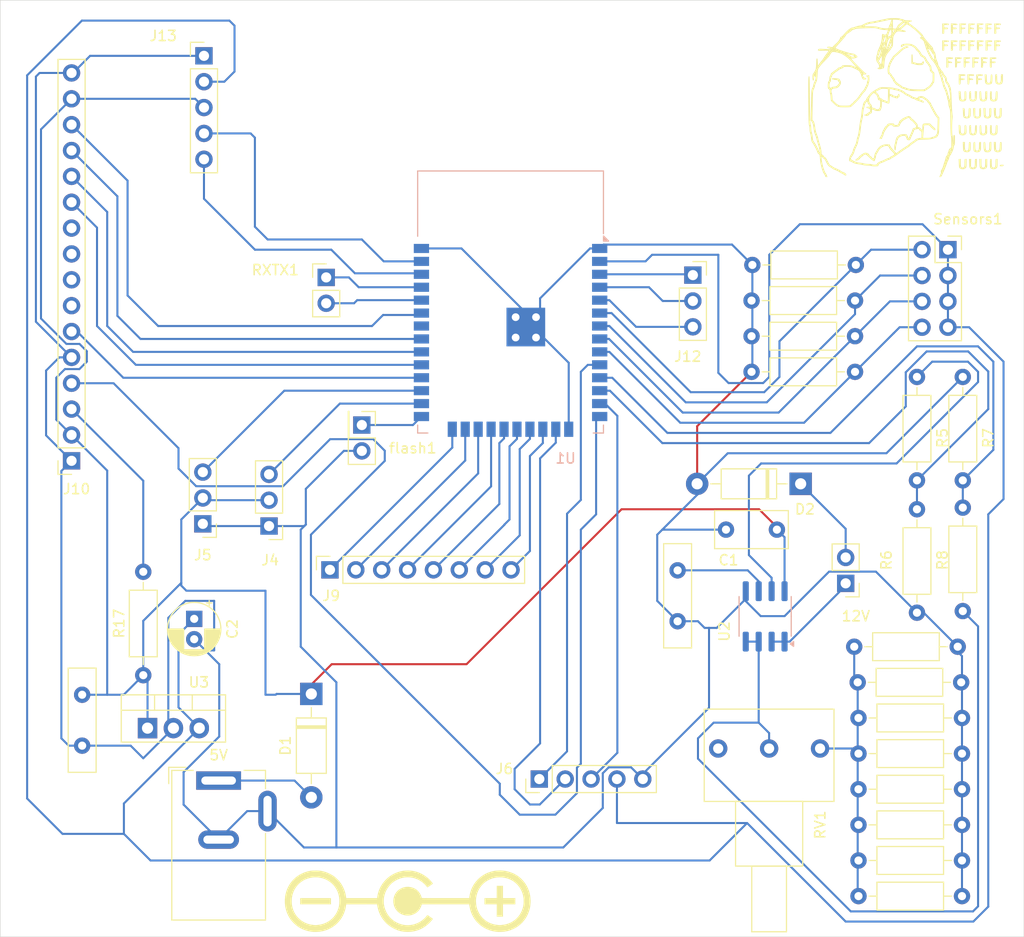
<source format=kicad_pcb>
(kicad_pcb (version 20240108) (generator "pcbnew") (generator_version "8.0")
  (title_block (title "Automaattiaurinkopaneeli") (date "2024-04-01") (rev "0.6") (company "OAMK"))
  (layers (0 "F.Cu" signal) (31 "B.Cu" signal) (34 "B.Paste" user) (35 "F.Paste" user) (36 "B.SilkS" user "B.Silkscreen") (37 "F.SilkS" user "F.Silkscreen") (38 "B.Mask" user) (39 "F.Mask" user) (44 "Edge.Cuts" user))
  (net 0 "")
  (net 1 "Net-(D2-A)")
  (net 2 "Net-(D1-K)")
  (net 3 "Net-(U2-FILTER)")
  (net 4 "Net-(D1-A)")
  (net 5 "Net-(12V1-Pin_1)")
  (net 6 "Net-(12V1-Pin_2)")
  (net 7 "Net-(J13-Pin_2)")
  (net 8 "Net-(U1-IO0)")
  (net 9 "Net-(Sensors1-Pin_8)")
  (net 10 "Net-(Sensors1-Pin_6)")
  (net 11 "Net-(Sensors1-Pin_4)")
  (net 12 "Net-(Sensors1-Pin_2)")
  (net 13 "Net-(J4-Pin_3)")
  (net 14 "Net-(J5-Pin_3)")
  (net 15 "Net-(J6-Pin_3)")
  (net 16 "Net-(J6-Pin_1)")
  (net 17 "Net-(J6-Pin_2)")
  (net 18 "Net-(RXTX1-Pin_1)")
  (net 19 "Net-(J9-Pin_8)")
  (net 20 "Net-(J9-Pin_3)")
  (net 21 "Net-(J9-Pin_6)")
  (net 22 "Net-(J9-Pin_7)")
  (net 23 "Net-(J9-Pin_4)")
  (net 25 "Net-(J10-Pin_14)")
  (net 26 "Net-(J10-Pin_13)")
  (net 27 "Net-(J10-Pin_11)")
  (net 28 "Net-(J10-Pin_12)")
  (net 29 "Net-(J10-Pin_6)")
  (net 33 "Net-(J10-Pin_3)")
  (net 34 "Net-(J10-Pin_4)")
  (net 35 "Net-(U1-IO27)")
  (net 36 "Net-(U2-VIOUT)")
  (net 37 "Net-(U1-IO26)")
  (net 38 "Net-(R8-Pad1)")
  (net 39 "Net-(R10-Pad2)")
  (net 42 "Net-(RXTX1-Pin_2)")
  (net 43 "Net-(J12-Pin_1)")
  (net 44 "Net-(J12-Pin_2)")
  (net 45 "Net-(J12-Pin_3)")
  (net 46 "Net-(J9-Pin_1)")
  (net 47 "Net-(J9-Pin_2)")
  (net 48 "Net-(J9-Pin_5)")
  (net 49 "Net-(J13-Pin_4)")
  (net 50 "Net-(J13-Pin_5)")
  (footprint "Resistor_THT:R_Axial_DIN0207_L6.3mm_D2.5mm_P10.16mm_Horizontal" (layer "F.Cu") (at 197 68.16 90)
    (property "Reference" "R5")
    (property "Value" "R" (hide yes))
  )
  (footprint "Resistor_THT:R_Axial_DIN0207_L6.3mm_D2.5mm_P10.16mm_Horizontal" (layer "F.Cu") (at 191 47 180)
    (property "Reference" "R4" (hide yes))
    (property "Value" "R" (hide yes))
  )
  (footprint "Connector_PinHeader_2.54mm:PinHeader_1x03_P2.54mm_Vertical" (layer "F.Cu") (at 126.89 72.43 180)
    (property "Reference" "J5")
    (property "Value" "Conn_01x03_Pin")
  )
  (footprint "Package_TO_SOT_THT:TO-220-3_Vertical" (layer "F.Cu") (at 121.46 92.5)
    (property "Reference" "U3")
    (property "Value" "LF33_TO220" (hide yes))
  )
  (footprint "Connector_PinHeader_2.54mm:PinHeader_1x05_P2.54mm_Vertical" (layer "F.Cu") (at 127 26.46)
    (property "Reference" "J13")
    (property "Value" "Conn_01x05_Socket")
  )
  (footprint "generic:fuuuuuuuuuuuuuuuuuuuuuuuuuuuuuuuuuuuuuuuuuuuuuuuuuuuuuuuuuuuuuuuuuuuuuuuuuuuuuuuuuuuuuuuuuuuuu" (layer "F.Cu") (at 195.5 30.5)
    (property "Reference" "G***" (hide yes))
    (property "Value" "LOGO" (hide yes))
  )
  (footprint "Connector_PinSocket_2.54mm:PinSocket_1x08_P2.54mm_Vertical" (layer "F.Cu") (at 139.37 76.95 90)
    (property "Reference" "J9")
    (property "Value" "Conn_01x08_Socket")
  )
  (footprint "Connector_PinHeader_2.54mm:PinHeader_2x01_P2.54mm_Vertical" (layer "F.Cu") (at 142.5 62.725 -90)
    (property "Reference" "flash1")
    (property "Value" "Conn_02x01")
  )
  (footprint "Connector_PinHeader_2.54mm:PinHeader_1x05_P2.54mm_Vertical" (layer "F.Cu") (at 159.925 97.5 90)
    (property "Reference" "J6")
    (property "Value" "Conn_01x05_Pin")
  )
  (footprint "Connector_BarrelJack:BarrelJack_Wuerth_6941xx301002" (layer "F.Cu") (at 128.44 97.65)
    (property "Reference" "5V")
    (property "Value" "Barrel_Jack_Switch")
  )
  (footprint "Resistor_THT:R_Axial_DIN0207_L6.3mm_D2.5mm_P10.16mm_Horizontal" (layer "F.Cu") (at 201.42 91.5 180)
    (property "Reference" "R14" (hide yes))
    (property "Value" "R" (hide yes))
  )
  (footprint "Capacitor_THT:C_Disc_D10.0mm_W2.5mm_P5.00mm" (layer "F.Cu") (at 115.04 89.22 -90)
    (property "Reference" "C3" (hide yes))
    (property "Value" "C" (hide yes))
  )
  (footprint "Resistor_THT:R_Axial_DIN0207_L6.3mm_D2.5mm_P10.16mm_Horizontal" (layer "F.Cu") (at 201.5 68.16 90)
    (property "Reference" "R7")
    (property "Value" "R" (hide yes))
  )
  (footprint "Resistor_THT:R_Axial_DIN0207_L6.3mm_D2.5mm_P10.16mm_Horizontal" (layer "F.Cu") (at 201.42 98.5 180)
    (property "Reference" "R12" (hide yes))
    (property "Value" "R" (hide yes))
  )
  (footprint "Connector_PinSocket_2.54mm:PinSocket_2x04_P2.54mm_Vertical" (layer "F.Cu") (at 200.04 45.5)
    (property "Reference" "Sensors1")
    (property "Value" "Conn_02x04_Odd_Even" (hide yes))
  )
  (footprint "Resistor_THT:R_Axial_DIN0207_L6.3mm_D2.5mm_P10.16mm_Horizontal" (layer "F.Cu") (at 190.92 50.5 180)
    (property "Reference" "R3" (hide yes))
    (property "Value" "R" (hide yes))
  )
  (footprint "Resistor_THT:R_Axial_DIN0207_L6.3mm_D2.5mm_P10.16mm_Horizontal" (layer "F.Cu") (at 197 71 -90)
    (property "Reference" "R6")
    (property "Value" "R" (hide yes))
  )
  (footprint "Resistor_THT:R_Axial_DIN0207_L6.3mm_D2.5mm_P10.16mm_Horizontal" (layer "F.Cu") (at 201.42 109 180)
    (property "Reference" "R9" (hide yes))
    (property "Value" "R" (hide yes))
  )
  (footprint "generic:Potentiometer_Generic_148-149_Single_Horizontal" (layer "F.Cu") (at 182.485 94.5 -90)
    (property "Reference" "RV1")
    (property "Value" "R_Potentiometer" (hide yes))
  )
  (footprint "Resistor_THT:R_Axial_DIN0207_L6.3mm_D2.5mm_P10.16mm_Horizontal" (layer "F.Cu") (at 201.42 105.5 180)
    (property "Reference" "R10" (hide yes))
    (property "Value" "R" (hide yes))
  )
  (footprint "Capacitor_THT:CP_Radial_D5.0mm_P2.00mm" (layer "F.Cu") (at 126.04 81.764888 -90)
    (property "Reference" "C2")
    (property "Value" "C_Polarized" (hide yes))
  )
  (footprint "Resistor_THT:R_Axial_DIN0207_L6.3mm_D2.5mm_P10.16mm_Horizontal" (layer "F.Cu") (at 121.04 87.3 90)
    (property "Reference" "R17")
    (property "Value" "R" (hide yes))
  )
  (footprint "Diode_THT:D_DO-41_SOD81_P10.16mm_Horizontal" (layer "F.Cu") (at 185.58 68.5 180)
    (property "Reference" "D2")
    (property "Value" "1N5819")
  )
  (footprint "Diode_THT:D_DO-41_SOD81_P10.16mm_Horizontal" (layer "F.Cu") (at 137.54 89.14 -90)
    (property "Reference" "D1")
    (property "Value" "1N5819" (hide yes))
  )
  (footprint "Connector_PinHeader_2.54mm:PinHeader_1x03_P2.54mm_Vertical" (layer "F.Cu") (at 133.39 72.65 180)
    (property "Reference" "J4")
    (property "Value" "Conn_01x03_Pin")
  )
  (footprint "Resistor_THT:R_Axial_DIN0207_L6.3mm_D2.5mm_P10.16mm_Horizontal" (layer "F.Cu") (at 190.92 57.5 180)
    (property "Reference" "R1" (hide yes))
    (property "Value" "R" (hide yes))
  )
  (footprint "Resistor_THT:R_Axial_DIN0207_L6.3mm_D2.5mm_P10.16mm_Horizontal" (layer "F.Cu") (at 201 84.5 180)
    (property "Reference" "R16" (hide yes))
    (property "Value" "R" (hide yes))
  )
  (footprint "Capacitor_THT:C_Disc_D10.0mm_W2.5mm_P5.00mm" (layer "F.Cu") (at 173.5 77 -90)
    (property "Reference" "C4" (hide yes))
    (property "Value" "C" (hide yes))
  )
  (footprint "Connector_PinHeader_2.54mm:PinHeader_1x02_P2.54mm_Vertical" (layer "F.Cu") (at 190 78.275 180)
    (property "Reference" "12V")
    (property "Value" "Conn_01x02_Pin")
  )
  (footprint "Symbol:Polarity_Center_Positive_6mm_SilkScreen" (layer "F.Cu") (at 147 109.5)
    (property "Reference" "REF**" (hide yes))
    (property "Value" "Polarity_Center_Positive_6mm_SilkScreen" (hide yes))
  )
  (footprint "Connector_PinSocket_2.54mm:PinSocket_1x03_P2.54mm_Vertical" (layer "F.Cu") (at 175 48)
    (property "Reference" "J12")
    (property "Value" "Conn_01x03_Socket")
  )
  (footprint "Resistor_THT:R_Axial_DIN0207_L6.3mm_D2.5mm_P10.16mm_Horizontal" (layer "F.Cu") (at 201.5 81 90)
    (property "Reference" "R8")
    (property "Value" "R" (hide yes))
  )
  (footprint "Resistor_THT:R_Axial_DIN0207_L6.3mm_D2.5mm_P10.16mm_Horizontal" (layer "F.Cu") (at 190.92 54 180)
    (property "Reference" "R2" (hide yes))
    (property "Value" "R" (hide yes))
  )
  (footprint "Connector_PinHeader_2.54mm:PinHeader_1x02_P2.54mm_Vertical" (layer "F.Cu") (at 139 48.225)
    (property "Reference" "RXTX1")
    (property "Value" "Conn_01x02_Pin")
  )
  (footprint "Resistor_THT:R_Axial_DIN0207_L6.3mm_D2.5mm_P10.16mm_Horizontal" (layer "F.Cu") (at 201.42 95 180)
    (property "Reference" "R13" (hide yes))
    (property "Value" "R" (hide yes))
  )
  (footprint "Connector_PinSocket_2.54mm:PinSocket_1x16_P2.54mm_Vertical" (layer "F.Cu") (at 114 66.24 180)
    (property "Reference" "J10")
    (property "Value" "Conn_01x16_Socket")
  )
  (footprint "Capacitor_THT:C_Rect_L7.0mm_W3.5mm_P5.00mm" (layer "F.Cu") (at 178.25 73)
    (property "Reference" "C1")
    (property "Value" "C" (hide yes))
  )
  (footprint "Resistor_THT:R_Axial_DIN0207_L6.3mm_D2.5mm_P10.16mm_Horizontal" (layer "F.Cu") (at 201.42 102 180)
    (property "Reference" "R11" (hide yes))
    (property "Value" "R" (hide yes))
  )
  (footprint "Resistor_THT:R_Axial_DIN0207_L6.3mm_D2.5mm_P10.16mm_Horizontal" (layer "F.Cu") (at 201.34 88 180)
    (property "Reference" "R15" (hide yes))
    (property "Value" "R" (hide yes))
  )
  (footprint "Package_SO:SOIC-8_3.9x4.9mm_P1.27mm" (layer "B.Cu") (at 182.095 81.525 90)
    (property "Reference" "U2")
    (property "Value" "ACS712xLCTR-20A")
  )
  (footprint "generic:ESP32-WROOM-32D" (layer "B.Cu") (at 157.1 53.63 180)
    (property "Reference" "U1")
    (property "Value" "ESP32-WROOM-32D")
  )
  (gr_rect (start 107 21) (end 207.5 113) (stroke (width 0.05)) (fill none) (layer "Edge.Cuts"))
  (segment (start 180.76 57.5) (end 175.42 62.84) (width 0.2) (layer "F.Cu") (net 1))
  (segment (start 175.42 62.84) (end 175.42 68) (width 0.2) (layer "F.Cu") (net 1))
  (segment (start 180.84 57.42) (end 180.76 57.5) (width 0.2) (layer "B.Cu") (net 1))
  (segment (start 113 67.24) (end 114 66.24) (width 0.2) (layer "B.Cu") (net 1))
  (segment (start 188.375 77.125) (end 184 81.5) (width 0.2) (layer "B.Cu") (net 1))
  (segment (start 127.33 72.87) (end 126.89 72.43) (width 0.2) (layer "B.Cu") (net 1))
  (segment (start 166.155 96.93) (end 166.155 100.345) (width 0.2) (layer "B.Cu") (net 1))
  (segment (start 166.735 96.35) (end 166.155 96.93) (width 0.2) (layer "B.Cu") (net 1))
  (segment (start 125.164888 80) (end 128 80) (width 0.2) (layer "B.Cu") (net 1))
  (segment (start 128.44 103.45) (end 131.24 100.65) (width 0.2) (layer "B.Cu") (net 1))
  (segment (start 180.84 47) (end 178.84 45) (width 0.2) (layer "B.Cu") (net 1))
  (segment (start 128.5 93.322919) (end 128.5 86.224888) (width 0.2) (layer "B.Cu") (net 1))
  (segment (start 184 81.5) (end 181.665001 81.5) (width 0.2) (layer "B.Cu") (net 1))
  (segment (start 197.66 81.16) (end 197 81.16) (width 0.2) (layer "B.Cu") (net 1))
  (segment (start 166.155 100.345) (end 162.28 104.22) (width 0.2) (layer "B.Cu") (net 1))
  (segment (start 170.085 97) (end 170.085 97.5) (width 0.2) (layer "B.Cu") (net 1))
  (segment (start 114 28.14) (end 111 28.14) (width 0.2) (layer "B.Cu") (net 1))
  (segment (start 172 73) (end 171.5 73.5) (width 0.2) (layer "B.Cu") (net 1))
  (segment (start 180.84 47) (end 180.84 57.42) (width 0.2) (layer "B.Cu") (net 1))
  (segment (start 123.5 81.664888) (end 125.164888 80) (width 0.2) (layer "B.Cu") (net 1))
  (segment (start 180.19 79.81) (end 180.19 79.05) (width 0.2) (layer "B.Cu") (net 1))
  (segment (start 115.04 94.22) (end 113.72 94.22) (width 0.2) (layer "B.Cu") (net 1))
  (segment (start 114 28.14) (end 114.14 28.14) (width 0.2) (layer "B.Cu") (net 1))
  (segment (start 201.5 58) (end 194 65.5) (width 0.2) (layer "B.Cu") (net 1))
  (segment (start 171.5 80) (end 173.5 82) (width 0.2) (layer "B.Cu") (net 1))
  (segment (start 177.345 82.655) (end 180.19 79.81) (width 0.2) (layer "B.Cu") (net 1))
  (segment (start 128 80) (end 128 84.862444) (width 0.2) (layer "B.Cu") (net 1))
  (segment (start 111 28.14) (end 110.86 28.14) (width 0.2) (layer "B.Cu") (net 1))
  (segment (start 176.155 82.655) (end 175.5 82) (width 0.2) (layer "B.Cu") (net 1))
  (segment (start 121.04 95.46) (end 119.8 94.22) (width 0.2) (layer "B.Cu") (net 1))
  (segment (start 114 56.08) (end 112.797919 56.08) (width 0.2) (layer "B.Cu") (net 1))
  (segment (start 114.14 28.14) (end 115.82 26.46) (width 0.2) (layer "B.Cu") (net 1))
  (segment (start 128.44 103.45) (end 125 100.01) (width 0.2) (layer "B.Cu") (net 1))
  (segment (start 142.5 65.265) (end 140.735 65.265) (width 0.2) (layer "B.Cu") (net 1))
  (segment (start 124 92.5) (end 123.5 92) (width 0.2) (layer "B.Cu") (net 1))
  (segment (start 176.585 82.655) (end 176.155 82.655) (width 0.2) (layer "B.Cu") (net 1))
  (segment (start 166.23 45) (end 165.85 45.38) (width 0.2) (layer "B.Cu") (net 1))
  (segment (start 152.28 45.38) (end 158.6 51.7) (width 0.2) (layer "B.Cu") (net 1))
  (segment (start 121.04 95.46) (end 124 92.5) (width 0.2) (layer "B.Cu") (net 1))
  (segment (start 136.5 84.5) (end 140 88) (width 0.2) (layer "B.Cu") (net 1))
  (segment (start 162.81 63.14) (end 162.81 56.61) (width 0.2) (layer "B.Cu") (net 1))
  (segment (start 111.5 63.74) (end 114 66.24) (width 0.2) (layer "B.Cu") (net 1))
  (segment (start 201 84.5) (end 197.66 81.16) (width 0.2) (layer "B.Cu") (net 1))
  (segment (start 131.24 100.65) (end 133.24 100.65) (width 0.2) (layer "B.Cu") (net 1))
  (segment (start 165.85 45.38) (end 164.9 45.38) (width 0.2) (layer "B.Cu") (net 1))
  (segment (start 137 69) (end 137 72.5) (width 0.2) (layer "B.Cu") (net 1))
  (segment (start 110.86 28.14) (end 110.5 28.5) (width 0.2) (layer "B.Cu") (net 1))
  (segment (start 136.5 73) (end 136.5 84.5) (width 0.2) (layer "B.Cu") (net 1))
  (segment (start 113 93.5) (end 113 67.24) (width 0.2) (layer "B.Cu") (net 1))
  (segment (start 123.5 92) (end 123.5 81.664888) (width 0.2) (layer "B.Cu") (net 1))
  (segment (start 175.42 69.58) (end 175.42 68) (width 0.2) (layer "B.Cu") (net 1))
  (segment (start 197 81.16) (end 192.965 77.125) (width 0.2) (layer "B.Cu") (net 1))
  (segment (start 181.665001 81.5) (end 180.19 80.024999) (width 0.2) (layer "B.Cu") (net 1))
  (segment (start 125 100.01) (end 125 96.822919) (width 0.2) (layer "B.Cu") (net 1))
  (segment (start 128 84.862444) (end 127.137556 84.862444) (width 0.2) (layer "B.Cu") (net 1))
  (segment (start 162.28 104.22) (end 140 104.22) (width 0.2) (layer "B.Cu") (net 1))
  (segment (start 111.5 57.377919) (end 111.5 63.74) (width 0.2) (layer "B.Cu") (net 1))
  (segment (start 168.935 96.35) (end 166.735 96.35) (width 0.2) (layer "B.Cu") (net 1))
  (segment (start 160 50.28) (end 160 52.4) (width 0.2) (layer "B.Cu") (net 1))
  (segment (start 136.85 72.65) (end 137 72.5) (width 0.2) (layer "B.Cu") (net 1))
  (segment (start 180.19 80.024999) (end 180.19 79.05) (width 0.2) (layer "B.Cu") (net 1))
  (segment (start 115.82 26.46) (end 127 26.46) (width 0.2) (layer "B.Cu") (net 1))
  (segment (start 119.8 94.22) (end 115.04 94.22) (width 0.2) (layer "B.Cu") (net 1))
  (segment (start 113.72 94.22) (end 113 93.5) (width 0.2) (layer "B.Cu") (net 1))
  (segment (start 126.04 83.985) (end 126.04 83.764888) (width 0.2) (layer "B.Cu") (net 1))
  (segment (start 133.39 72.65) (end 136.85 72.65) (width 0.2) (layer "B.Cu") (net 1))
  (segment (start 172 73) (end 175.42 69.58) (width 0.2) (layer "B.Cu") (net 1))
  (segment (start 176.585 82.655) (end 177.345 82.655) (width 0.2) (layer "B.Cu") (net 1))
  (segment (start 125 96.822919) (end 128.5 93.322919) (width 0.2) (layer "B.Cu") (net 1))
  (segment (start 201.42 85.42) (end 201.42 109) (width 0.2) (layer "B.Cu") (net 1))
  (segment (start 178.42 65.5) (end 175.42 68.5) (width 0.2) (layer "B.Cu") (net 1))
  (segment (start 164.9 45.38) (end 160 50.28) (width 0.2) (layer "B.Cu") (net 1))
  (segment (start 140 104.22) (end 136.81 104.22) (width 0.2) (layer "B.Cu") (net 1))
  (segment (start 110.5 52.58) (end 114 56.08) (width 0.2) (layer "B.Cu") (net 1))
  (segment (start 192.965 77.125) (end 188.375 77.125) (width 0.2) (layer "B.Cu") (net 1))
  (segment (start 194 65.5) (end 178.42 65.5) (width 0.2) (layer "B.Cu") (net 1))
  (segment (start 175.5 82) (end 173.5 82) (width 0.2) (layer "B.Cu") (net 1))
  (segment (start 176.585 90.5) (end 170.085 97) (width 0.2) (layer "B.Cu") (net 1))
  (segment (start 178.84 45) (end 166.23 45) (width 0.2) (layer "B.Cu") (net 1))
  (segment (start 170.085 97.5) (end 168.935 96.35) (width 0.2) (layer "B.Cu") (net 1))
  (segment (start 110.5 28.5) (end 110.5 52.58) (width 0.2) (layer "B.Cu") (net 1))
  (segment (start 176.585 90.5) (end 176.585 82.655) (width 0.2) (layer "B.Cu") (net 1))
  (segment (start 137 72.5) (end 136.5 73) (width 0.2) (layer "B.Cu") (net 1))
  (segment (start 148.35 45.38) (end 152.28 45.38) (width 0.2) (layer "B.Cu") (net 1))
  (segment (start 162.81 56.61) (end 160 53.8) (width 0.2) (layer "B.Cu") (net 1))
  (segment (start 140 88) (end 140 104.22) (width 0.2) (layer "B.Cu") (net 1))
  (segment (start 133.39 72.65) (end 127.11 72.65) (width 0.2) (layer "B.Cu") (net 1))
  (segment (start 201 84.5) (end 201 85) (width 0.2) (layer "B.Cu") (net 1))
  (segment (start 112.797919 56.08) (end 111.5 57.377919) (width 0.2) (layer "B.Cu") (net 1))
  (segment (start 127.11 72.65) (end 126.89 72.43) (width 0.2) (layer "B.Cu") (net 1))
  (segment (start 172 73) (end 178.25 73) (width 0.2) (layer "B.Cu") (net 1))
  (segment (start 128.5 86.224888) (end 126.04 83.764888) (width 0.2) (layer "B.Cu") (net 1))
  (segment (start 136.81 104.22) (end 133.24 100.65) (width 0.2) (layer "B.Cu") (net 1))
  (segment (start 140.735 65.265) (end 137 69) (width 0.2) (layer "B.Cu") (net 1))
  (segment (start 201 85) (end 201.42 85.42) (width 0.2) (layer "B.Cu") (net 1))
  (segment (start 171.5 73.5) (end 171.5 80) (width 0.2) (layer "B.Cu") (net 1))
  (segment (start 139.54 86.22) (end 152.78 86.22) (width 0.2) (layer "F.Cu") (net 2))
  (segment (start 181.5 71) (end 183.25 72.75) (width 0.2) (layer "F.Cu") (net 2))
  (segment (start 137.54 88.22) (end 139.54 86.22) (width 0.2) (layer "F.Cu") (net 2))
  (segment (start 152.78 86.22) (end 168 71) (width 0.2) (layer "F.Cu") (net 2))
  (segment (start 183.25 72.75) (end 183.25 73) (width 0.2) (layer "F.Cu") (net 2))
  (segment (start 168 71) (end 181.5 71) (width 0.2) (layer "F.Cu") (net 2))
  (segment (start 137.54 89.14) (end 137.54 88.22) (width 0.2) (layer "F.Cu") (net 2))
  (segment (start 133.39 70.11) (end 127.11 70.11) (width 0.2) (layer "B.Cu") (net 2))
  (segment (start 119.12 89.22) (end 121.04 87.3) (width 0.2) (layer "B.Cu") (net 2))
  (segment (start 114.783173 54.76) (end 115.5 55.476827) (width 0.2) (layer "B.Cu") (net 2))
  (segment (start 112.5 58.08) (end 112.5 62.2) (width 0.2) (layer "B.Cu") (net 2))
  (segment (start 133.04 79) (end 133.04 89.22) (width 0.2) (layer "B.Cu") (net 2))
  (segment (start 133.04 89.22) (end 134.04 89.22) (width 0.2) (layer "B.Cu") (net 2))
  (segment (start 121.46 92.5) (end 121.46 87.72) (width 0.2) (layer "B.Cu") (net 2))
  (segment (start 117.5 67.2) (end 114 63.7) (width 0.2) (layer "B.Cu") (net 2))
  (segment (start 115.5 56.5) (end 114.77 57.23) (width 0.2) (layer "B.Cu") (net 2))
  (segment (start 124.774314 78.5) (end 125.274314 79) (width 0.2) (layer "B.Cu") (net 2))
  (segment (start 126.14 30.68) (end 127 31.54) (width 0.2) (layer "B.Cu") (net 2))
  (segment (start 134.04 89.22) (end 134.12 89.14) (width 0.2) (layer "B.Cu") (net 2))
  (segment (start 184 79.05) (end 184 73.75) (width 0.2) (layer "B.Cu") (net 2))
  (segment (start 117.5 89.22) (end 117.5 67.2) (width 0.2) (layer "B.Cu") (net 2))
  (segment (start 112.5 62.2) (end 114 63.7) (width 0.2) (layer "B.Cu") (net 2))
  (segment (start 113.5 54.76) (end 114.783173 54.76) (width 0.2) (layer "B.Cu") (net 2))
  (segment (start 126.89 69.89) (end 124.774314 72.005686) (width 0.2) (layer "B.Cu") (net 2))
  (segment (start 114.77 57.23) (end 113.35 57.23) (width 0.2) (layer "B.Cu") (net 2))
  (segment (start 121.04 81.96) (end 124.774314 78.225686) (width 0.2) (layer "B.Cu") (net 2))
  (segment (start 115.04 89.22) (end 117.5 89.22) (width 0.2) (layer "B.Cu") (net 2))
  (segment (start 115.5 55.476827) (end 115.5 56.5) (width 0.2) (layer "B.Cu") (net 2))
  (segment (start 111 52.26) (end 113.5 54.76) (width 0.2) (layer "B.Cu") (net 2))
  (segment (start 117.5 89.22) (end 119.12 89.22) (width 0.2) (layer "B.Cu") (net 2))
  (segment (start 114 30.68) (end 126.14 30.68) (width 0.2) (layer "B.Cu") (net 2))
  (segment (start 124.774314 72.005686) (end 124.774314 78.5) (width 0.2) (layer "B.Cu") (net 2))
  (segment (start 121.04 87.3) (end 121.04 81.96) (width 0.2) (layer "B.Cu") (net 2))
  (segment (start 113.35 57.23) (end 112.5 58.08) (width 0.2) (layer "B.Cu") (net 2))
  (segment (start 125.274314 79) (end 133.04 79) (width 0.2) (layer "B.Cu") (net 2))
  (segment (start 184 73.75) (end 183.25 73) (width 0.2) (layer "B.Cu") (net 2))
  (segment (start 127.11 70.11) (end 126.89 69.89) (width 0.2) (layer "B.Cu") (net 2))
  (segment (start 111 33.68) (end 111 52.26) (width 0.2) (layer "B.Cu") (net 2))
  (segment (start 137.54 88.22) (end 137.54 89.14) (width 0.2) (layer "B.Cu") (net 2))
  (segment (start 121.46 87.72) (end 121.04 87.3) (width 0.2) (layer "B.Cu") (net 2))
  (segment (start 114 30.68) (end 111 33.68) (width 0.2) (layer "B.Cu") (net 2))
  (segment (start 134.12 89.14) (end 137.54 89.14) (width 0.2) (layer "B.Cu") (net 2))
  (segment (start 181.46 78.075001) (end 180.384999 77) (width 0.2) (layer "B.Cu") (net 3))
  (segment (start 181.46 79.05) (end 181.46 78.075001) (width 0.2) (layer "B.Cu") (net 3))
  (segment (start 180.384999 77) (end 173.5 77) (width 0.2) (layer "B.Cu") (net 3))
  (segment (start 128.44 97.65) (end 135.89 97.65) (width 0.2) (layer "B.Cu") (net 4))
  (segment (start 135.89 97.65) (end 137.54 99.3) (width 0.2) (layer "B.Cu") (net 4))
  (segment (start 190 78.5) (end 190 78.275) (width 0.2) (layer "B.Cu") (net 5))
  (segment (start 182.73 84) (end 184 84) (width 0.2) (layer "B.Cu") (net 5))
  (segment (start 184 84) (end 184.5 84) (width 0.2) (layer "B.Cu") (net 5))
  (segment (start 184.5 84) (end 190 78.5) (width 0.2) (layer "B.Cu") (net 5))
  (segment (start 190 75.735) (end 190 72.92) (width 0.2) (layer "B.Cu") (net 6))
  (segment (start 190 72.92) (end 185.58 68.5) (width 0.2) (layer "B.Cu") (net 6))
  (segment (start 109.64 28.374315) (end 115.014315 23) (width 0.2) (layer "B.Cu") (net 7))
  (segment (start 171 46) (end 177.5 46) (width 0.2) (layer "B.Cu") (net 7))
  (segment (start 167.545 101.82132) (end 180.32132 101.82132) (width 0.2) (layer "B.Cu") (net 7))
  (segment (start 205.5 70) (end 205.5 56.5) (width 0.2) (layer "B.Cu") (net 7))
  (segment (start 178.5 58.6) (end 181.9 58.6) (width 0.2) (layer "B.Cu") (net 7))
  (segment (start 115.014315 23) (end 129.5 23) (width 0.2) (layer "B.Cu") (net 7))
  (segment (start 119.13817 102.885) (end 121.75317 105.5) (width 0.2) (layer "B.Cu") (net 7))
  (segment (start 124.5 83.304888) (end 126.04 81.764888) (width 0.2) (layer "B.Cu") (net 7))
  (segment (start 176.64264 105.5) (end 180.32132 101.82132) (width 0.2) (layer "B.Cu") (net 7))
  (segment (start 121.75317 105.5) (end 176.64264 105.5) (width 0.2) (layer "B.Cu") (net 7))
  (segment (start 200.04 53.12) (end 200.04 45.5) (width 0.2) (layer "B.Cu") (net 7))
  (segment (start 181.9 58.6) (end 182.5 58) (width 0.2) (layer "B.Cu") (net 7))
  (segment (start 182.5 46) (end 185.5 43) (width 0.2) (layer "B.Cu") (net 7))
  (segment (start 119.13817 102.885) (end 113.115 102.885) (width 0.2) (layer "B.Cu") (net 7))
  (segment (start 119.13817 99.90183) (end 119.13817 102.885) (width 0.2) (layer "B.Cu") (net 7))
  (segment (start 126.54 92.5) (end 124.5 90.46) (width 0.2) (layer "B.Cu") (net 7))
  (segment (start 129 29) (end 127 29) (width 0.2) (layer "B.Cu") (net 7))
  (segment (start 190 111.5) (end 202.532843 111.5) (width 0.2) (layer "B.Cu") (net 7))
  (segment (start 130 28) (end 129 29) (width 0.2) (layer "B.Cu") (net 7))
  (segment (start 130 23.5) (end 130 28) (width 0.2) (layer "B.Cu") (net 7))
  (segment (start 182.5 58) (end 182.5 46) (width 0.2) (layer "B.Cu") (net 7))
  (segment (start 205.5 56.5) (end 202.12 53.12) (width 0.2) (layer "B.Cu") (net 7))
  (segment (start 170.35 46.65) (end 171 46) (width 0.2) (layer "B.Cu") (net 7))
  (segment (start 113.115 102.885) (end 109.64 99.41) (width 0.2) (layer "B.Cu") (net 7))
  (segment (start 165.85 46.65) (end 170.35 46.65) (width 0.2) (layer "B.Cu") (net 7))
  (segment (start 129.5 23) (end 130 23.5) (width 0.2) (layer "B.Cu") (net 7))
  (segment (start 202.532843 111.5) (end 204 110.032843) (width 0.2) (layer "B.Cu") (net 7))
  (segment (start 204 71.5) (end 205.5 70) (width 0.2) (layer "B.Cu") (net 7))
  (segment (start 177.5 57.6) (end 178.5 58.6) (width 0.2) (layer "B.Cu") (net 7))
  (segment (start 126.54 92.5) (end 119.13817 99.90183) (width 0.2) (layer "B.Cu") (net 7))
  (segment (start 204 110.032843) (end 204 71.5) (width 0.2) (layer "B.Cu") (net 7))
  (segment (start 177.5 46) (end 177.5 57.6) (width 0.2) (layer "B.Cu") (net 7))
  (segment (start 124.5 90.46) (end 124.5 83.304888) (width 0.2) (layer "B.Cu") (net 7))
  (segment (start 202.12 53.12) (end 200.04 53.12) (width 0.2) (layer "B.Cu") (net 7))
  (segment (start 180.32132 101.82132) (end 190 111.5) (width 0.2) (layer "B.Cu") (net 7))
  (segment (start 167.545 101.82132) (end 167.545 97.5) (width 0.2) (layer "B.Cu") (net 7))
  (segment (start 185.5 43) (end 197.54 43) (width 0.2) (layer "B.Cu") (net 7))
  (segment (start 197.54 43) (end 200.04 45.5) (width 0.2) (layer "B.Cu") (net 7))
  (segment (start 109.64 99.41) (end 109.64 28.374315) (width 0.2) (layer "B.Cu") (net 7))
  (segment (start 147.515 62.725) (end 148.35 61.89) (width 0.2) (layer "B.Cu") (net 8))
  (segment (start 142.5 62.725) (end 147.515 62.725) (width 0.2) (layer "B.Cu") (net 8))
  (segment (start 173.76 62.5) (end 166.8 55.54) (width 0.2) (layer "B.Cu") (net 9))
  (segment (start 195.3 53.12) (end 194.71 53.71) (width 0.2) (layer "B.Cu") (net 9))
  (segment (start 185.92 62.5) (end 173.76 62.5) (width 0.2) (layer "B.Cu") (net 9))
  (segment (start 166.8 55.54) (end 165.85 55.54) (width 0.2) (layer "B.Cu") (net 9))
  (segment (start 190.92 57.5) (end 194.71 53.71) (width 0.2) (layer "B.Cu") (net 9))
  (segment (start 190.92 57.5) (end 185.92 62.5) (width 0.2) (layer "B.Cu") (net 9))
  (segment (start 197.5 53.12) (end 195.3 53.12) (width 0.2) (layer "B.Cu") (net 9))
  (segment (start 194.34 50.58) (end 197.5 50.58) (width 0.2) (layer "B.Cu") (net 10))
  (segment (start 190.92 54) (end 183.42 61.5) (width 0.2) (layer "B.Cu") (net 10))
  (segment (start 174 61.5) (end 166.77 54.27) (width 0.2) (layer "B.Cu") (net 10))
  (segment (start 166.77 54.27) (end 165.85 54.27) (width 0.2) (layer "B.Cu") (net 10))
  (segment (start 183.42 61.5) (end 174 61.5) (width 0.2) (layer "B.Cu") (net 10))
  (segment (start 190.92 54) (end 194.34 50.58) (width 0.2) (layer "B.Cu") (net 10))
  (segment (start 190.92 50.5) (end 190.92 51.83) (width 0.2) (layer "B.Cu") (net 11))
  (segment (start 193.38 48.04) (end 197.5 48.04) (width 0.2) (layer "B.Cu") (net 11))
  (segment (start 166.8 53) (end 165.85 53) (width 0.2) (layer "B.Cu") (net 11))
  (segment (start 174.3 60.5) (end 166.8 53) (width 0.2) (layer "B.Cu") (net 11))
  (segment (start 190.92 51.83) (end 182.25 60.5) (width 0.2) (layer "B.Cu") (net 11))
  (segment (start 182.25 60.5) (end 174.3 60.5) (width 0.2) (layer "B.Cu") (net 11))
  (segment (start 190.92 50.5) (end 193.38 48.04) (width 0.2) (layer "B.Cu") (net 11))
  (segment (start 183.5 58) (end 182 59.5) (width 0.2) (layer "B.Cu") (net 12))
  (segment (start 174.785686 59.5) (end 167.015686 51.73) (width 0.2) (layer "B.Cu") (net 12))
  (segment (start 191 47) (end 183.5 54.5) (width 0.2) (layer "B.Cu") (net 12))
  (segment (start 167.015686 51.73) (end 165.85 51.73) (width 0.2) (layer "B.Cu") (net 12))
  (segment (start 192.5 45.5) (end 197.5 45.5) (width 0.2) (layer "B.Cu") (net 12))
  (segment (start 182 59.5) (end 174.785686 59.5) (width 0.2) (layer "B.Cu") (net 12))
  (segment (start 191 47) (end 192.5 45.5) (width 0.2) (layer "B.Cu") (net 12))
  (segment (start 183.5 54.5) (end 183.5 58) (width 0.2) (layer "B.Cu") (net 12))
  (segment (start 140.34 60.62) (end 148.35 60.62) (width 0.2) (layer "B.Cu") (net 13))
  (segment (start 133.39 67.57) (end 140.34 60.62) (width 0.2) (layer "B.Cu") (net 13))
  (segment (start 134.89 59.35) (end 148.35 59.35) (width 0.2) (layer "B.Cu") (net 14))
  (segment (start 126.89 67.35) (end 134.89 59.35) (width 0.2) (layer "B.Cu") (net 14))
  (segment (start 167.585 94.92) (end 165.005 97.5) (width 0.2) (layer "B.Cu") (net 15))
  (segment (start 165.85 60.62) (end 166.38 60.62) (width 0.2) (layer "B.Cu") (net 15))
  (segment (start 167.585 61.825) (end 167.585 94.92) (width 0.2) (layer "B.Cu") (net 15))
  (segment (start 166.38 60.62) (end 167.585 61.825) (width 0.2) (layer "B.Cu") (net 15))
  (segment (start 159.925 97.5) (end 162.645 94.78) (width 0.2) (layer "B.Cu") (net 16))
  (segment (start 162.645 94.78) (end 162.645 71.44) (width 0.2) (layer "B.Cu") (net 16))
  (segment (start 162.645 71.44) (end 164 70.085) (width 0.2) (layer "B.Cu") (net 16))
  (segment (start 164 57.5) (end 164.69 56.81) (width 0.2) (layer "B.Cu") (net 16))
  (segment (start 164 70.085) (end 164 57.5) (width 0.2) (layer "B.Cu") (net 16))
  (segment (start 164.69 56.81) (end 165.85 56.81) (width 0.2) (layer "B.Cu") (net 16))
  (segment (start 157.5 96.5) (end 157.5 98.5) (width 0.2) (layer "B.Cu") (net 17))
  (segment (start 157.5 98.5) (end 159 100) (width 0.2) (layer "B.Cu") (net 17))
  (segment (start 161.54 64.46) (end 160 66) (width 0.2) (layer "B.Cu") (net 17))
  (segment (start 159.965 100) (end 162.465 97.5) (width 0.2) (layer "B.Cu") (net 17))
  (segment (start 160 66) (end 160 94) (width 0.2) (layer "B.Cu") (net 17))
  (segment (start 160 94) (end 157.5 96.5) (width 0.2) (layer "B.Cu") (net 17))
  (segment (start 159 100) (end 159.965 100) (width 0.2) (layer "B.Cu") (net 17))
  (segment (start 161.54 63.14) (end 161.54 64.46) (width 0.2) (layer "B.Cu") (net 17))
  (segment (start 148.35 49.19) (end 142.19 49.19) (width 0.2) (layer "B.Cu") (net 18))
  (segment (start 141.225 48.225) (end 139 48.225) (width 0.2) (layer "B.Cu") (net 18))
  (segment (start 142.19 49.19) (end 141.225 48.225) (width 0.2) (layer "B.Cu") (net 18))
  (segment (start 159 65.77) (end 159 75.1) (width 0.2) (layer "B.Cu") (net 19))
  (segment (start 160.27 63.14) (end 160.27 64.5) (width 0.2) (layer "B.Cu") (net 19))
  (segment (start 159 75.1) (end 157.15 76.95) (width 0.2) (layer "B.Cu") (net 19))
  (segment (start 160.27 64.5) (end 159 65.77) (width 0.2) (layer "B.Cu") (net 19))
  (segment (start 153.92 67.48) (end 144.45 76.95) (width 0.2) (layer "B.Cu") (net 20))
  (segment (start 153.92 63.14) (end 153.92 67.48) (width 0.2) (layer "B.Cu") (net 20))
  (segment (start 157.73 63.14) (end 157.73 64.09) (width 0.2) (layer "B.Cu") (net 21))
  (segment (start 157 72) (end 156.5 72.5) (width 0.2) (layer "B.Cu") (net 21))
  (segment (start 157 72) (end 157 64.82) (width 0.2) (layer "B.Cu") (net 21))
  (segment (start 157 64.82) (end 157.73 64.09) (width 0.2) (layer "B.Cu") (net 21))
  (segment (start 156.5 72.5) (end 156.5 72.52) (width 0.2) (layer "B.Cu") (net 21))
  (segment (start 156.5 72.52) (end 152.07 76.95) (width 0.2) (layer "B.Cu") (net 21))
  (segment (start 158 73.56) (end 154.61 76.95) (width 0.2) (layer "B.Cu") (net 22))
  (segment (start 159 64.09) (end 158 65.09) (width 0.2) (layer "B.Cu") (net 22))
  (segment (start 159 63.14) (end 159 64.09) (width 0.2) (layer "B.Cu") (net 22))
  (segment (start 158 65.09) (end 158 73.56) (width 0.2) (layer "B.Cu") (net 22))
  (segment (start 155.19 63.14) (end 155.19 68.75) (width 0.2) (layer "B.Cu") (net 23))
  (segment (start 155.19 68.75) (end 146.99 76.95) (width 0.2) (layer "B.Cu") (net 23))
  (segment (start 144.585 51.915) (end 143.5 53) (width 0.2) (layer "B.Cu") (net 25))
  (segment (start 148.165 51.915) (end 144.585 51.915) (width 0.2) (layer "B.Cu") (net 25))
  (segment (start 143.5 53) (end 122.5 53) (width 0.2) (layer "B.Cu") (net 25))
  (segment (start 119.5 38.72) (end 114 33.22) (width 0.2) (layer "B.Cu") (net 25))
  (segment (start 119.5 50) (end 119.5 38.72) (width 0.2) (layer "B.Cu") (net 25))
  (segment (start 148.35 51.73) (end 148.165 51.915) (width 0.2) (layer "B.Cu") (net 25))
  (segment (start 122.5 53) (end 119.5 50) (width 0.2) (layer "B.Cu") (net 25))
  (segment (start 120.77 54.27) (end 118.5 52) (width 0.2) (layer "B.Cu") (net 26))
  (segment (start 118.5 40.26) (end 114 35.76) (width 0.2) (layer "B.Cu") (net 26))
  (segment (start 118.5 52) (end 118.5 40.26) (width 0.2) (layer "B.Cu") (net 26))
  (segment (start 148.35 54.27) (end 120.77 54.27) (width 0.2) (layer "B.Cu") (net 26))
  (segment (start 148.35 56.81) (end 120.31 56.81) (width 0.2) (layer "B.Cu") (net 27))
  (segment (start 116.5 43.34) (end 114 40.84) (width 0.2) (layer "B.Cu") (net 27))
  (segment (start 120.31 56.81) (end 116.5 53) (width 0.2) (layer "B.Cu") (net 27))
  (segment (start 116.5 53) (end 116.5 43.34) (width 0.2) (layer "B.Cu") (net 27))
  (segment (start 148.35 55.54) (end 120.04 55.54) (width 0.2) (layer "B.Cu") (net 28))
  (segment (start 117.5 41.8) (end 114 38.3) (width 0.2) (layer "B.Cu") (net 28))
  (segment (start 117.5 53) (end 117.5 41.8) (width 0.2) (layer "B.Cu") (net 28))
  (segment (start 120.04 55.54) (end 117.5 53) (width 0.2) (layer "B.Cu") (net 28))
  (segment (start 119.08 58.08) (end 114.54 53.54) (width 0.2) (layer "B.Cu") (net 29))
  (segment (start 148.35 58.08) (end 119.08 58.08) (width 0.2) (layer "B.Cu") (net 29))
  (segment (start 114.54 53.54) (end 114 53.54) (width 0.2) (layer "B.Cu") (net 29))
  (segment (start 121.04 77.14) (end 121.04 68.2) (width 0.2) (layer "B.Cu") (net 33))
  (segment (start 121.04 68.2) (end 114 61.16) (width 0.2) (layer "B.Cu") (net 33))
  (segment (start 124.5 65) (end 118.12 58.62) (width 0.2) (layer "B.Cu") (net 34))
  (segment (start 161.5 101) (end 158 101) (width 0.2) (layer "B.Cu") (net 34))
  (segment (start 118.12 58.62) (end 114 58.62) (width 0.2) (layer "B.Cu") (net 34))
  (segment (start 163.615 96.385) (end 163.615 98.885) (width 0.2) (layer "B.Cu") (net 34))
  (segment (start 163.615 98.885) (end 161.5 101) (width 0.2) (layer "B.Cu") (net 34))
  (segment (start 144.75 66.25) (end 144.75 65.25) (width 0.2) (layer "B.Cu") (net 34))
  (segment (start 126.24 68.74) (end 124.5 67) (width 0.2) (layer "B.Cu") (net 34))
  (segment (start 165.5 62.24) (end 165.5 71.5) (width 0.2) (layer "B.Cu") (net 34))
  (segment (start 158 101) (end 156.0425 99.0425) (width 0.2) (layer "B.Cu") (net 34))
  (segment (start 137.5 79.415) (end 137.5 73.5) (width 0.2) (layer "B.Cu") (net 34))
  (segment (start 143.615 64.115) (end 139.385 64.115) (width 0.2) (layer "B.Cu") (net 34))
  (segment (start 139.385 64.115) (end 134.76 68.74) (width 0.2) (layer "B.Cu") (net 34))
  (segment (start 134.76 68.74) (end 126.24 68.74) (width 0.2) (layer "B.Cu") (net 34))
  (segment (start 156.0425 97.9575) (end 137.5 79.415) (width 0.2) (layer "B.Cu") (net 34))
  (segment (start 144.75 65.25) (end 143.615 64.115) (width 0.2) (layer "B.Cu") (net 34))
  (segment (start 164 96) (end 163.615 96.385) (width 0.2) (layer "B.Cu") (net 34))
  (segment (start 137.5 73.5) (end 144.75 66.25) (width 0.2) (layer "B.Cu") (net 34))
  (segment (start 156.0425 99.0425) (end 156.0425 97.9575) (width 0.2) (layer "B.Cu") (net 34))
  (segment (start 165.5 71.5) (end 164 73) (width 0.2) (layer "B.Cu") (net 34))
  (segment (start 164 73) (end 164 96) (width 0.2) (layer "B.Cu") (net 34))
  (segment (start 124.5 67) (end 124.5 65) (width 0.2) (layer "B.Cu") (net 34))
  (segment (start 165.85 61.89) (end 165.5 62.24) (width 0.2) (layer "B.Cu") (net 34))
  (segment (start 195.9 60.9) (end 195.9 57.544365) (width 0.2) (layer "B.Cu") (net 35))
  (segment (start 202.032843 55.5) (end 204 57.467157) (width 0.2) (layer "B.Cu") (net 35))
  (segment (start 172 64.5) (end 192.3 64.5) (width 0.2) (layer "B.Cu") (net 35))
  (segment (start 204 61.16) (end 197 68.16) (width 0.2) (layer "B.Cu") (net 35))
  (segment (start 192.3 64.5) (end 195.9 60.9) (width 0.2) (layer "B.Cu") (net 35))
  (segment (start 165.85 59.35) (end 166.85 59.35) (width 0.2) (layer "B.Cu") (net 35))
  (segment (start 197.944365 55.5) (end 202.032843 55.5) (width 0.2) (layer "B.Cu") (net 35))
  (segment (start 166.85 59.35) (end 172 64.5) (width 0.2) (layer "B.Cu") (net 35))
  (segment (start 197 71) (end 197 68.16) (width 0.2) (layer "B.Cu") (net 35))
  (segment (start 195.9 57.544365) (end 197.944365 55.5) (width 0.2) (layer "B.Cu") (net 35))
  (segment (start 204 57.467157) (end 204 61.16) (width 0.2) (layer "B.Cu") (net 35))
  (segment (start 181.7 66.5) (end 180.5 67.7) (width 0.2) (layer "B.Cu") (net 36))
  (segment (start 198.5 56.5) (end 202 56.5) (width 0.2) (layer "B.Cu") (net 36))
  (segment (start 180.5 75.5) (end 182.73 77.73) (width 0.2) (layer "B.Cu") (net 36))
  (segment (start 195 66.5) (end 181.7 66.5) (width 0.2) (layer "B.Cu") (net 36))
  (segment (start 203 57.5) (end 203 58.5) (width 0.2) (layer "B.Cu") (net 36))
  (segment (start 182.73 77.73) (end 182.73 79.05) (width 0.2) (layer "B.Cu") (net 36))
  (segment (start 202 56.5) (end 203 57.5) (width 0.2) (layer "B.Cu") (net 36))
  (segment (start 197 58) (end 198.5 56.5) (width 0.2) (layer "B.Cu") (net 36))
  (segment (start 180.5 67.7) (end 180.5 75.5) (width 0.2) (layer "B.Cu") (net 36))
  (segment (start 203 58.5) (end 195 66.5) (width 0.2) (layer "B.Cu") (net 36))
  (segment (start 203 55) (end 204.5 56.5) (width 0.2) (layer "B.Cu") (net 37))
  (segment (start 204.5 56.5) (end 204.5 65.16) (width 0.2) (layer "B.Cu") (net 37))
  (segment (start 201.5 70.84) (end 201.5 68.16) (width 0.2) (layer "B.Cu") (net 37))
  (segment (start 204.5 65.16) (end 201.5 68.16) (width 0.2) (layer "B.Cu") (net 37))
  (segment (start 165.85 58.08) (end 167.08 58.08) (width 0.2) (layer "B.Cu") (net 37))
  (segment (start 188.5 63.5) (end 197 55) (width 0.2) (layer "B.Cu") (net 37))
  (segment (start 167.08 58.08) (end 172.5 63.5) (width 0.2) (layer "B.Cu") (net 37))
  (segment (start 172.5 63.5) (end 188.5 63.5) (width 0.2) (layer "B.Cu") (net 37))
  (segment (start 197 55) (end 203 55) (width 0.2) (layer "B.Cu") (net 37))
  (segment (start 203 110) (end 202.5 110.5) (width 0.2) (layer "B.Cu") (net 38))
  (segment (start 182.485 92.985) (end 181.46 91.96) (width 0.2) (layer "B.Cu") (net 38))
  (segment (start 203 82.5) (end 203 110) (width 0.2) (layer "B.Cu") (net 38))
  (segment (start 182.485 94.5) (end 182.485 92.985) (width 0.2) (layer "B.Cu") (net 38))
  (segment (start 201.5 81) (end 203 82.5) (width 0.2) (layer "B.Cu") (net 38))
  (segment (start 181.46 91.96) (end 181.46 84) (width 0.2) (layer "B.Cu") (net 38))
  (segment (start 202.5 110.5) (end 190.5 110.5) (width 0.2) (layer "B.Cu") (net 38))
  (segment (start 177.04 91.96) (end 181.46 91.96) (width 0.2) (layer "B.Cu") (net 38))
  (segment (start 180.19 84) (end 181.46 84) (width 0.2) (layer "B.Cu") (net 38))
  (segment (start 190.5 110.5) (end 175.5 95.5) (width 0.2) (layer "B.Cu") (net 38))
  (segment (start 175.5 93.5) (end 177.04 91.96) (width 0.2) (layer "B.Cu") (net 38))
  (segment (start 175.5 95.5) (end 175.5 93.5) (width 0.2) (layer "B.Cu") (net 38))
  (segment (start 190.84 84.5) (end 190.84 87.66) (width 0.2) (layer "B.Cu") (net 39))
  (segment (start 190.76 94.5) (end 191.26 95) (width 0.2) (layer "B.Cu") (net 39))
  (segment (start 191.18 108.92) (end 191.26 109) (width 0.2) (layer "B.Cu") (net 39))
  (segment (start 187.485 94.5) (end 190.76 94.5) (width 0.2) (layer "B.Cu") (net 39))
  (segment (start 191.18 88) (end 191.18 108.92) (width 0.2) (layer "B.Cu") (net 39))
  (segment (start 190.84 87.66) (end 191.18 88) (width 0.2) (layer "B.Cu") (net 39))
  (segment (start 142.04 50.46) (end 141.735 50.765) (width 0.2) (layer "B.Cu") (net 42))
  (segment (start 148.35 50.46) (end 142.04 50.46) (width 0.2) (layer "B.Cu") (net 42))
  (segment (start 141.735 50.765) (end 139 50.765) (width 0.2) (layer "B.Cu") (net 42))
  (segment (start 165.85 47.92) (end 174.92 47.92) (width 0.2) (layer "B.Cu") (net 43))
  (segment (start 174.92 47.92) (end 175 48) (width 0.2) (layer "B.Cu") (net 43))
  (segment (start 172.04 50.54) (end 175 50.54) (width 0.2) (layer "B.Cu") (net 44))
  (segment (start 170.69 49.19) (end 172.04 50.54) (width 0.2) (layer "B.Cu") (net 44))
  (segment (start 165.85 49.19) (end 170.69 49.19) (width 0.2) (layer "B.Cu") (net 44))
  (segment (start 169.42 53.08) (end 175 53.08) (width 0.2) (layer "B.Cu") (net 45))
  (segment (start 166.8 50.46) (end 169.42 53.08) (width 0.2) (layer "B.Cu") (net 45))
  (segment (start 165.85 50.46) (end 166.8 50.46) (width 0.2) (layer "B.Cu") (net 45))
  (segment (start 151.38 63.14) (end 151.38 64.94) (width 0.2) (layer "B.Cu") (net 46))
  (segment (start 151.38 64.94) (end 139.37 76.95) (width 0.2) (layer "B.Cu") (net 46))
  (segment (start 152.65 66.21) (end 141.91 76.95) (width 0.2) (layer "B.Cu") (net 47))
  (segment (start 152.65 63.14) (end 152.65 66.21) (width 0.2) (layer "B.Cu") (net 47))
  (segment (start 156 64.5) (end 156 70.48) (width 0.2) (layer "B.Cu") (net 48))
  (segment (start 156 70.48) (end 149.53 76.95) (width 0.2) (layer "B.Cu") (net 48))
  (segment (start 156.46 63.14) (end 156.46 64.04) (width 0.2) (layer "B.Cu") (net 48))
  (segment (start 156.46 64.04) (end 156 64.5) (width 0.2) (layer "B.Cu") (net 48))
  (segment (start 144.65 46.65) (end 142.5 44.5) (width 0.2) (layer "B.Cu") (net 49))
  (segment (start 133.253654 44.5) (end 132 43.246346) (width 0.2) (layer "B.Cu") (net 49))
  (segment (start 132 43.246346) (end 132 34.5) (width 0.2) (layer "B.Cu") (net 49))
  (segment (start 142.5 44.5) (end 133.253654 44.5) (width 0.2) (layer "B.Cu") (net 49))
  (segment (start 148.35 46.65) (end 144.65 46.65) (width 0.2) (layer "B.Cu") (net 49))
  (segment (start 132 34.5) (end 131.58 34.08) (width 0.2) (layer "B.Cu") (net 49))
  (segment (start 131.58 34.08) (end 127 34.08) (width 0.2) (layer "B.Cu") (net 49))
  (segment (start 148.35 47.92) (end 148.255 47.825) (width 0.2) (layer "B.Cu") (net 50))
  (segment (start 127 40.5) (end 127 36.62) (width 0.2) (layer "B.Cu") (net 50))
  (segment (start 132 45.5) (end 127 40.5) (width 0.2) (layer "B.Cu") (net 50))
  (segment (start 148.255 47.825) (end 141.825 47.825) (width 0.2) (layer "B.Cu") (net 50))
  (segment (start 139.5 45.5) (end 132 45.5) (width 0.2) (layer "B.Cu") (net 50))
  (segment (start 141.825 47.825) (end 139.5 45.5) (width 0.2) (layer "B.Cu") (net 50))
)
</source>
